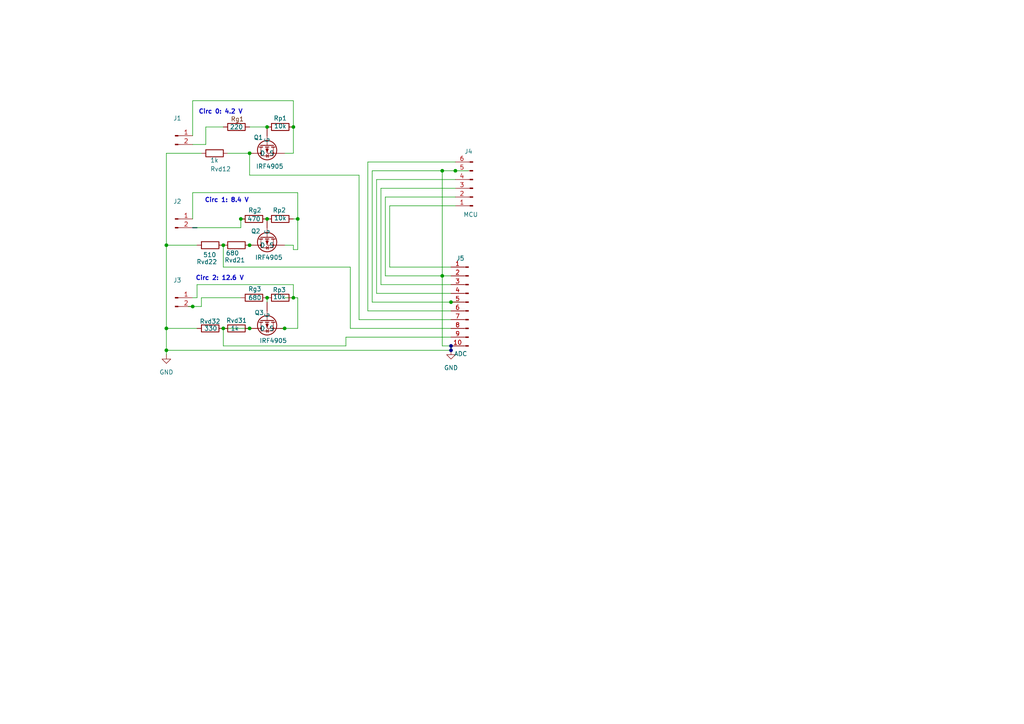
<source format=kicad_sch>
(kicad_sch (version 20250114) (generator "eeschema") (generator_version "9.0")
  (paper "A4")
  (title_block (title "BMS ") (date "2026-01-01") (rev "01") (comment 5 "Mosfet Switches save power. Only on during measurement") (comment 6 "Three Channels: 4.2V, 8.4V, 12.6V") (comment 7 "creativecommons.com") (comment 8 "Licence: TBD") (comment 9 "Author: Garth John  Martinsen"))
  (lib_symbols
    (symbol "Conn_01x02_Pin_1" (pin_names (offset 1.016) (hide yes))
      (property "Reference" "J" (at 0 2.54 0))
      (property "Value" "Conn_01x02_Pin" (at 0 -5.08 0))
      (symbol "Conn_01x02_Pin_1_1_1"
        (rectangle (start 0.8636 0.127) (end 0 -0.127) (stroke (width 0.1524)) (fill (type outline)))
        (rectangle (start 0.8636 -2.413) (end 0 -2.667) (stroke (width 0.1524)) (fill (type outline)))
        (polyline (pts (xy 1.27 0) (xy 0.8636 0)) (stroke (width 0.1524)))
        (polyline (pts (xy 1.27 -2.54) (xy 0.8636 -2.54)) (stroke (width 0.1524)))
        (pin passive line (at 5.08 0 180) (length 3.81) (name "Pin_1") (number "1"))
        (pin passive line (at 5.08 -2.54 180) (length 3.81) (name "Pin_2") (number "2"))
      )
    )
    (symbol "Conn_01x02_Pin_2" (pin_names (offset 1.016) (hide yes))
      (property "Reference" "J" (at 0 2.54 0))
      (property "Value" "Conn_01x02_Pin" (at 0 -5.08 0))
      (symbol "Conn_01x02_Pin_2_1_1"
        (rectangle (start 0.8636 0.127) (end 0 -0.127) (stroke (width 0.1524)) (fill (type outline)))
        (rectangle (start 0.8636 -2.413) (end 0 -2.667) (stroke (width 0.1524)) (fill (type outline)))
        (polyline (pts (xy 1.27 0) (xy 0.8636 0)) (stroke (width 0.1524)))
        (polyline (pts (xy 1.27 -2.54) (xy 0.8636 -2.54)) (stroke (width 0.1524)))
        (pin passive line (at 5.08 0 180) (length 3.81) (name "Pin_1") (number "1"))
        (pin passive line (at 5.08 -2.54 180) (length 3.81) (name "Pin_2") (number "2"))
      )
    )
    (symbol "Connector:Conn_01x02_Pin" (pin_names (offset 1.016) (hide yes))
      (property "Reference" "J" (at 0 2.54 0))
      (property "Value" "Conn_01x02_Pin" (at 0 -5.08 0))
      (symbol "Conn_01x02_Pin_1_1"
        (rectangle (start 0.8636 0.127) (end 0 -0.127) (stroke (width 0.1524)) (fill (type outline)))
        (rectangle (start 0.8636 -2.413) (end 0 -2.667) (stroke (width 0.1524)) (fill (type outline)))
        (polyline (pts (xy 1.27 0) (xy 0.8636 0)) (stroke (width 0.1524)))
        (polyline (pts (xy 1.27 -2.54) (xy 0.8636 -2.54)) (stroke (width 0.1524)))
        (pin passive line (at 5.08 0 180) (length 3.81) (name "Pin_1") (number "1"))
        (pin passive line (at 5.08 -2.54 180) (length 3.81) (name "Pin_2") (number "2"))
      )
    )
    (symbol "Connector:Conn_01x06_Pin" (pin_names (offset 1.016) (hide yes))
      (property "Reference" "J" (at 0 7.62 0))
      (property "Value" "Conn_01x06_Pin" (at 0 -10.16 0))
      (symbol "Conn_01x06_Pin_1_1"
        (rectangle (start 0.8636 5.207) (end 0 4.953) (stroke (width 0.1524)) (fill (type outline)))
        (rectangle (start 0.8636 2.667) (end 0 2.413) (stroke (width 0.1524)) (fill (type outline)))
        (rectangle (start 0.8636 0.127) (end 0 -0.127) (stroke (width 0.1524)) (fill (type outline)))
        (rectangle (start 0.8636 -2.413) (end 0 -2.667) (stroke (width 0.1524)) (fill (type outline)))
        (rectangle (start 0.8636 -4.953) (end 0 -5.207) (stroke (width 0.1524)) (fill (type outline)))
        (rectangle (start 0.8636 -7.493) (end 0 -7.747) (stroke (width 0.1524)) (fill (type outline)))
        (polyline (pts (xy 1.27 5.08) (xy 0.8636 5.08)) (stroke (width 0.1524)))
        (polyline (pts (xy 1.27 2.54) (xy 0.8636 2.54)) (stroke (width 0.1524)))
        (polyline (pts (xy 1.27 0) (xy 0.8636 0)) (stroke (width 0.1524)))
        (polyline (pts (xy 1.27 -2.54) (xy 0.8636 -2.54)) (stroke (width 0.1524)))
        (polyline (pts (xy 1.27 -5.08) (xy 0.8636 -5.08)) (stroke (width 0.1524)))
        (polyline (pts (xy 1.27 -7.62) (xy 0.8636 -7.62)) (stroke (width 0.1524)))
        (pin passive line (at 5.08 5.08 180) (length 3.81) (name "Pin_1") (number "1"))
        (pin passive line (at 5.08 2.54 180) (length 3.81) (name "Pin_2") (number "2"))
        (pin passive line (at 5.08 0 180) (length 3.81) (name "Pin_3") (number "3"))
        (pin passive line (at 5.08 -2.54 180) (length 3.81) (name "Pin_4") (number "4"))
        (pin passive line (at 5.08 -5.08 180) (length 3.81) (name "Pin_5") (number "5"))
        (pin passive line (at 5.08 -7.62 180) (length 3.81) (name "Pin_6") (number "6"))
      )
    )
    (symbol "Connector:Conn_01x10_Pin" (pin_names (offset 1.016) (hide yes))
      (property "Reference" "J" (at 0 12.7 0))
      (property "Value" "Conn_01x10_Pin" (at 0 -15.24 0))
      (symbol "Conn_01x10_Pin_1_1"
        (rectangle (start 0.8636 10.287) (end 0 10.033) (stroke (width 0.1524)) (fill (type outline)))
        (rectangle (start 0.8636 7.747) (end 0 7.493) (stroke (width 0.1524)) (fill (type outline)))
        (rectangle (start 0.8636 5.207) (end 0 4.953) (stroke (width 0.1524)) (fill (type outline)))
        (rectangle (start 0.8636 2.667) (end 0 2.413) (stroke (width 0.1524)) (fill (type outline)))
        (rectangle (start 0.8636 0.127) (end 0 -0.127) (stroke (width 0.1524)) (fill (type outline)))
        (rectangle (start 0.8636 -2.413) (end 0 -2.667) (stroke (width 0.1524)) (fill (type outline)))
        (rectangle (start 0.8636 -4.953) (end 0 -5.207) (stroke (width 0.1524)) (fill (type outline)))
        (rectangle (start 0.8636 -7.493) (end 0 -7.747) (stroke (width 0.1524)) (fill (type outline)))
        (rectangle (start 0.8636 -10.033) (end 0 -10.287) (stroke (width 0.1524)) (fill (type outline)))
        (rectangle (start 0.8636 -12.573) (end 0 -12.827) (stroke (width 0.1524)) (fill (type outline)))
        (polyline (pts (xy 1.27 10.16) (xy 0.8636 10.16)) (stroke (width 0.1524)))
        (polyline (pts (xy 1.27 7.62) (xy 0.8636 7.62)) (stroke (width 0.1524)))
        (polyline (pts (xy 1.27 5.08) (xy 0.8636 5.08)) (stroke (width 0.1524)))
        (polyline (pts (xy 1.27 2.54) (xy 0.8636 2.54)) (stroke (width 0.1524)))
        (polyline (pts (xy 1.27 0) (xy 0.8636 0)) (stroke (width 0.1524)))
        (polyline (pts (xy 1.27 -2.54) (xy 0.8636 -2.54)) (stroke (width 0.1524)))
        (polyline (pts (xy 1.27 -5.08) (xy 0.8636 -5.08)) (stroke (width 0.1524)))
        (polyline (pts (xy 1.27 -7.62) (xy 0.8636 -7.62)) (stroke (width 0.1524)))
        (polyline (pts (xy 1.27 -10.16) (xy 0.8636 -10.16)) (stroke (width 0.1524)))
        (polyline (pts (xy 1.27 -12.7) (xy 0.8636 -12.7)) (stroke (width 0.1524)))
        (pin passive line (at 5.08 10.16 180) (length 3.81) (name "Pin_1") (number "1"))
        (pin passive line (at 5.08 7.62 180) (length 3.81) (name "Pin_2") (number "2"))
        (pin passive line (at 5.08 5.08 180) (length 3.81) (name "Pin_3") (number "3"))
        (pin passive line (at 5.08 2.54 180) (length 3.81) (name "Pin_4") (number "4"))
        (pin passive line (at 5.08 0 180) (length 3.81) (name "Pin_5") (number "5"))
        (pin passive line (at 5.08 -2.54 180) (length 3.81) (name "Pin_6") (number "6"))
        (pin passive line (at 5.08 -5.08 180) (length 3.81) (name "Pin_7") (number "7"))
        (pin passive line (at 5.08 -7.62 180) (length 3.81) (name "Pin_8") (number "8"))
        (pin passive line (at 5.08 -10.16 180) (length 3.81) (name "Pin_9") (number "9"))
        (pin passive line (at 5.08 -12.7 180) (length 3.81) (name "Pin_10") (number "10"))
      )
    )
    (symbol "Device:R" (pin_numbers (hide yes)) (pin_names (offset 0))
      (property "Reference" "R" (at 1.27 -0.762 0))
      (property "Value" "Rp1" (at 1.27 1.27 0))
      (symbol "R_0_1"
        (rectangle (start -1.27 2.286) (end 3.81 0.254) (stroke (width 0.254)))
      )
      (symbol "R_1_1"
        (pin passive line (at -2.54 1.27 0) (length 1.27) (name "~") (number "2"))
        (pin passive line (at 5.08 1.27 180) (length 1.27) (name "~") (number "1"))
      )
    )
    (symbol "IRF4905_1" (pin_numbers (hide yes))
      (property "Reference" "Q" (at 5.08 1.905 0))
      (property "Value" "IRF4905" (at 5.08 0 0))
      (symbol "IRF4905_1_0_1"
        (polyline (pts (xy 0.254 1.905) (xy 0.254 -1.905)) (stroke (width 0.254)))
        (polyline (pts (xy 0.254 0) (xy -2.54 0)))
        (polyline (pts (xy 0.762 2.286) (xy 0.762 1.27)) (stroke (width 0.254)))
        (polyline (pts (xy 0.762 1.778) (xy 3.302 1.778) (xy 3.302 -1.778) (xy 0.762 -1.778)))
        (polyline (pts (xy 0.762 0.508) (xy 0.762 -0.508)) (stroke (width 0.254)))
        (polyline (pts (xy 0.762 -1.27) (xy 0.762 -2.286)) (stroke (width 0.254)))
        (circle (center 1.651 0) (radius 2.794) (stroke (width 0.254)))
        (polyline (pts (xy 2.286 0) (xy 1.27 0.381) (xy 1.27 -0.381) (xy 2.286 0)) (fill (type outline)))
        (polyline (pts (xy 2.54 2.54) (xy 2.54 1.778)))
        (circle (center 2.54 1.778) (radius 0.254) (fill (type outline)))
        (circle (center 2.54 -1.778) (radius 0.254) (fill (type outline)))
        (polyline (pts (xy 2.54 -2.54) (xy 2.54 0) (xy 0.762 0)))
        (polyline (pts (xy 2.794 -0.508) (xy 2.921 -0.381) (xy 3.683 -0.381) (xy 3.81 -0.254)))
        (polyline (pts (xy 3.302 -0.381) (xy 2.921 0.254) (xy 3.683 0.254) (xy 3.302 -0.381)))
      )
      (symbol "IRF4905_1_1_1"
        (pin input line (at -5.08 0 0) (length 2.54) (name "G") (number "1"))
        (pin passive line (at 2.54 5.08 270) (length 2.54) (name "D") (number "2"))
        (pin passive line (at 2.54 -5.08 90) (length 2.54) (name "S") (number "3"))
      )
    )
    (symbol "IRF4905_2" (pin_numbers (hide yes))
      (property "Reference" "Q" (at 5.08 1.905 0))
      (property "Value" "IRF4905" (at 5.08 0 0))
      (symbol "IRF4905_2_0_1"
        (polyline (pts (xy 0.254 1.905) (xy 0.254 -1.905)) (stroke (width 0.254)))
        (polyline (pts (xy 0.254 0) (xy -2.54 0)))
        (polyline (pts (xy 0.762 2.286) (xy 0.762 1.27)) (stroke (width 0.254)))
        (polyline (pts (xy 0.762 1.778) (xy 3.302 1.778) (xy 3.302 -1.778) (xy 0.762 -1.778)))
        (polyline (pts (xy 0.762 0.508) (xy 0.762 -0.508)) (stroke (width 0.254)))
        (polyline (pts (xy 0.762 -1.27) (xy 0.762 -2.286)) (stroke (width 0.254)))
        (circle (center 1.651 0) (radius 2.794) (stroke (width 0.254)))
        (polyline (pts (xy 2.286 0) (xy 1.27 0.381) (xy 1.27 -0.381) (xy 2.286 0)) (fill (type outline)))
        (polyline (pts (xy 2.54 2.54) (xy 2.54 1.778)))
        (circle (center 2.54 1.778) (radius 0.254) (fill (type outline)))
        (circle (center 2.54 -1.778) (radius 0.254) (fill (type outline)))
        (polyline (pts (xy 2.54 -2.54) (xy 2.54 0) (xy 0.762 0)))
        (polyline (pts (xy 2.794 -0.508) (xy 2.921 -0.381) (xy 3.683 -0.381) (xy 3.81 -0.254)))
        (polyline (pts (xy 3.302 -0.381) (xy 2.921 0.254) (xy 3.683 0.254) (xy 3.302 -0.381)))
      )
      (symbol "IRF4905_2_1_1"
        (pin input line (at -5.08 0 0) (length 2.54) (name "G") (number "1"))
        (pin passive line (at 2.54 5.08 270) (length 2.54) (name "D") (number "2"))
        (pin passive line (at 2.54 -5.08 90) (length 2.54) (name "S") (number "3"))
      )
    )
    (symbol "R_1" (pin_numbers (hide yes)) (pin_names (offset 0))
      (property "Reference" "R" (at 2.032 0 90))
      (property "Value" "R" (at 0 0 90))
      (symbol "R_1_0_1"
        (rectangle (start -1.016 -2.54) (end 1.016 2.54) (stroke (width 0.254)))
      )
      (symbol "R_1_1_1"
        (pin passive line (at 0 3.81 270) (length 1.27) (name "~") (number "1"))
        (pin passive line (at 0 -3.81 90) (length 1.27) (name "~") (number "2"))
      )
    )
    (symbol "Transistor_FET:IRF4905" (pin_numbers (hide yes))
      (property "Reference" "Q" (at 5.08 1.905 0))
      (property "Value" "IRF4905" (at 5.08 0 0))
      (symbol "IRF4905_0_1"
        (polyline (pts (xy 0.254 1.905) (xy 0.254 -1.905)) (stroke (width 0.254)))
        (polyline (pts (xy 0.254 0) (xy -2.54 0)))
        (polyline (pts (xy 0.762 2.286) (xy 0.762 1.27)) (stroke (width 0.254)))
        (polyline (pts (xy 0.762 1.778) (xy 3.302 1.778) (xy 3.302 -1.778) (xy 0.762 -1.778)))
        (polyline (pts (xy 0.762 0.508) (xy 0.762 -0.508)) (stroke (width 0.254)))
        (polyline (pts (xy 0.762 -1.27) (xy 0.762 -2.286)) (stroke (width 0.254)))
        (circle (center 1.651 0) (radius 2.794) (stroke (width 0.254)))
        (polyline (pts (xy 2.286 0) (xy 1.27 0.381) (xy 1.27 -0.381) (xy 2.286 0)) (fill (type outline)))
        (polyline (pts (xy 2.54 2.54) (xy 2.54 1.778)))
        (circle (center 2.54 1.778) (radius 0.254) (fill (type outline)))
        (circle (center 2.54 -1.778) (radius 0.254) (fill (type outline)))
        (polyline (pts (xy 2.54 -2.54) (xy 2.54 0) (xy 0.762 0)))
        (polyline (pts (xy 2.794 -0.508) (xy 2.921 -0.381) (xy 3.683 -0.381) (xy 3.81 -0.254)))
        (polyline (pts (xy 3.302 -0.381) (xy 2.921 0.254) (xy 3.683 0.254) (xy 3.302 -0.381)))
      )
      (symbol "IRF4905_1_1"
        (pin input line (at -5.08 0 0) (length 2.54) (name "G") (number "1"))
        (pin passive line (at 2.54 5.08 270) (length 2.54) (name "D") (number "2"))
        (pin passive line (at 2.54 -5.08 90) (length 2.54) (name "S") (number "3"))
      )
    )
    (symbol "power:GND" (power) (pin_numbers (hide yes)) (pin_names (offset 0) (hide yes))
      (property "Value" "GND" (at 0 -3.81 0))
      (symbol "GND_0_1"
        (polyline (pts (xy 0 0) (xy 0 -1.27) (xy 1.27 -1.27) (xy 0 -2.54) (xy -1.27 -1.27) (xy 0 -1.27)))
      )
      (symbol "GND_1_1"
        (pin power_in line (at 0 0 270) (length 0) (name "~") (number "1"))
      )
    )
  )
  (text "Circ 2: 12.6 V" (at 63.754 80.772 0) (effects (font (size 1.27 1.27) (thickness 0.254) (bold yes))))
  (text "Circ 1: 8.4 V" (at 65.786 58.166 0) (effects (font (size 1.27 1.27) (thickness 0.254) (bold yes))))
  (text "Circ 0: 4.2 V" (at 64.008 32.512 0) (effects (font (size 1.27 1.27) (thickness 0.254) (bold yes))))
  (junction (at 130.81 87.63))
  (junction (at 77.47 86.36))
  (junction (at 82.55 95.25))
  (junction (at 64.77 71.12))
  (junction (at 69.85 63.5))
  (junction (at 85.09 86.36))
  (junction (at 130.81 101.6))
  (junction (at 55.88 88.9))
  (junction (at 77.47 63.5))
  (junction (at 85.09 36.83))
  (junction (at 48.26 71.12))
  (junction (at 72.39 71.12))
  (junction (at 128.27 49.53))
  (junction (at 77.47 36.83))
  (junction (at 130.81 100.33))
  (junction (at 64.77 95.25))
  (junction (at 128.27 80.01))
  (junction (at 72.39 44.45))
  (junction (at 48.26 101.6))
  (junction (at 48.26 95.25))
  (junction (at 72.39 95.25))
  (junction (at 132.08 49.53))
  (junction (at 86.36 63.5))
  (wire (pts (xy 86.36 86.36) (xy 86.36 95.25)))
  (wire (pts (xy 73.66 44.45) (xy 72.39 44.45)))
  (wire (pts (xy 85.09 29.21) (xy 55.88 29.21)))
  (wire (pts (xy 85.09 71.12) (xy 82.55 71.12)))
  (wire (pts (xy 85.09 44.45) (xy 82.55 44.45)))
  (wire (pts (xy 106.68 46.99) (xy 106.68 90.17)))
  (wire (pts (xy 132.08 52.07) (xy 109.22 52.07)))
  (wire (pts (xy 77.47 86.36) (xy 77.47 87.63)))
  (wire (pts (xy 55.88 88.9) (xy 58.42 88.9)))
  (wire (pts (xy 132.08 49.53) (xy 135.89 49.53)))
  (wire (pts (xy 85.09 72.39) (xy 85.09 71.12)))
  (wire (pts (xy 128.27 80.01) (xy 130.81 80.01)))
  (wire (pts (xy 71.12 71.12) (xy 72.39 71.12)))
  (wire (pts (xy 59.69 41.91) (xy 55.88 41.91)))
  (wire (pts (xy 48.26 71.12) (xy 57.15 71.12)))
  (wire (pts (xy 100.33 97.79) (xy 100.33 100.33)))
  (wire (pts (xy 130.81 90.17) (xy 106.68 90.17)))
  (wire (pts (xy 111.76 57.15) (xy 111.76 80.01)))
  (wire (pts (xy 113.03 59.69) (xy 132.08 59.69)))
  (wire (pts (xy 48.26 44.45) (xy 48.26 71.12)))
  (bus (pts (xy 55.88 66.04) (xy 57.15 66.04)))
  (wire (pts (xy 107.95 87.63) (xy 130.81 87.63)))
  (wire (pts (xy 107.95 49.53) (xy 128.27 49.53)))
  (wire (pts (xy 76.2 86.36) (xy 77.47 86.36)))
  (wire (pts (xy 109.22 85.09) (xy 130.81 85.09)))
  (wire (pts (xy 55.88 86.36) (xy 57.15 86.36)))
  (wire (pts (xy 132.08 57.15) (xy 111.76 57.15)))
  (wire (pts (xy 48.26 95.25) (xy 48.26 101.6)))
  (wire (pts (xy 130.81 87.63) (xy 133.35 87.63)))
  (wire (pts (xy 64.77 36.83) (xy 59.69 36.83)))
  (wire (pts (xy 86.36 55.88) (xy 86.36 63.5)))
  (wire (pts (xy 128.27 49.53) (xy 128.27 80.01)))
  (wire (pts (xy 57.15 86.36) (xy 57.15 82.55)))
  (wire (pts (xy 130.81 101.6) (xy 130.81 100.33)))
  (wire (pts (xy 55.88 55.88) (xy 55.88 63.5)))
  (wire (pts (xy 48.26 44.45) (xy 58.42 44.45)))
  (wire (pts (xy 85.09 72.39) (xy 86.36 72.39)))
  (wire (pts (xy 69.85 86.36) (xy 58.42 86.36)))
  (wire (pts (xy 110.49 54.61) (xy 110.49 82.55)))
  (wire (pts (xy 64.77 77.47) (xy 101.6 77.47)))
  (wire (pts (xy 130.81 100.33) (xy 128.27 100.33)))
  (wire (pts (xy 55.88 55.88) (xy 86.36 55.88)))
  (wire (pts (xy 109.22 52.07) (xy 109.22 85.09)))
  (wire (pts (xy 85.09 82.55) (xy 85.09 86.36)))
  (wire (pts (xy 104.14 92.71) (xy 104.14 50.8)))
  (wire (pts (xy 72.39 71.12) (xy 73.66 71.12)))
  (wire (pts (xy 85.09 63.5) (xy 86.36 63.5)))
  (wire (pts (xy 110.49 82.55) (xy 130.81 82.55)))
  (wire (pts (xy 64.77 95.25) (xy 72.39 95.25)))
  (wire (pts (xy 106.68 46.99) (xy 132.08 46.99)))
  (wire (pts (xy 48.26 101.6) (xy 48.26 102.87)))
  (wire (pts (xy 82.55 86.36) (xy 85.09 86.36)))
  (wire (pts (xy 81.28 95.25) (xy 82.55 95.25)))
  (wire (pts (xy 66.04 44.45) (xy 72.39 44.45)))
  (wire (pts (xy 101.6 95.25) (xy 130.81 95.25)))
  (wire (pts (xy 59.69 36.83) (xy 59.69 41.91)))
  (wire (pts (xy 86.36 63.5) (xy 86.36 72.39)))
  (wire (pts (xy 113.03 77.47) (xy 130.81 77.47)))
  (wire (pts (xy 104.14 92.71) (xy 130.81 92.71)))
  (wire (pts (xy 82.55 95.25) (xy 86.36 95.25)))
  (wire (pts (xy 58.42 86.36) (xy 58.42 88.9)))
  (wire (pts (xy 64.77 71.12) (xy 64.77 77.47)))
  (wire (pts (xy 100.33 97.79) (xy 130.81 97.79)))
  (wire (pts (xy 54.61 88.9) (xy 55.88 88.9)))
  (wire (pts (xy 48.26 101.6) (xy 130.81 101.6)))
  (wire (pts (xy 69.85 63.5) (xy 69.85 66.04)))
  (wire (pts (xy 71.12 63.5) (xy 69.85 63.5)))
  (wire (pts (xy 55.88 66.04) (xy 69.85 66.04)))
  (wire (pts (xy 48.26 71.12) (xy 48.26 95.25)))
  (wire (pts (xy 111.76 80.01) (xy 128.27 80.01)))
  (wire (pts (xy 128.27 80.01) (xy 128.27 100.33)))
  (wire (pts (xy 64.77 100.33) (xy 100.33 100.33)))
  (wire (pts (xy 101.6 77.47) (xy 101.6 95.25)))
  (bus (pts (xy 130.81 100.33) (xy 130.81 101.6)))
  (wire (pts (xy 128.27 49.53) (xy 132.08 49.53)))
  (wire (pts (xy 64.77 100.33) (xy 64.77 95.25)))
  (wire (pts (xy 72.39 36.83) (xy 77.47 36.83)))
  (wire (pts (xy 113.03 59.69) (xy 113.03 77.47)))
  (wire (pts (xy 104.14 50.8) (xy 72.39 50.8)))
  (wire (pts (xy 85.09 29.21) (xy 85.09 36.83)))
  (wire (pts (xy 85.09 86.36) (xy 86.36 86.36)))
  (wire (pts (xy 48.26 95.25) (xy 57.15 95.25)))
  (wire (pts (xy 55.88 29.21) (xy 55.88 39.37)))
  (wire (pts (xy 57.15 82.55) (xy 85.09 82.55)))
  (wire (pts (xy 72.39 44.45) (xy 72.39 50.8)))
  (wire (pts (xy 107.95 87.63) (xy 107.95 49.53)))
  (wire (pts (xy 85.09 36.83) (xy 85.09 44.45)))
  (wire (pts (xy 132.08 54.61) (xy 110.49 54.61)))
  (symbol (lib_id "Device:R") (at 80.01 87.63 0) (unit 1)
    (property "Reference" "Rp3" (at 81.026 84.074 0))
    (property "Value" "10k" (at 81.026 86.106 0))
    (property "Footprint" "Resistor_THT:R_Axial_DIN0207_L6.3mm_D2.5mm_P7.62mm_Horizontal" (effects (hide yes)))
    (property "Description" "Pullup Resistor" (effects (hide yes)))
  )
  (symbol (lib_name "R_1") (lib_id "Device:R") (at 68.58 71.12 90) (unit 1)
    (property "Reference" "Rvd21" (at 71.12 75.438 90) (effects (justify left)))
    (property "Value" "680" (at 69.342 73.406 90) (effects (justify left)))
    (property "Footprint" "Resistor_THT:R_Axial_DIN0207_L6.3mm_D2.5mm_P7.62mm_Horizontal" (effects (hide yes)))
    (property "Description" "upper resistor of voltage divider" (effects (hide yes)))
  )
  (symbol (lib_id "Device:R") (at 80.01 38.1 0) (unit 1)
    (property "Reference" "Rp1" (at 81.28 34.29 0))
    (property "Value" "10k" (at 81.28 36.576 0))
    (property "Footprint" "Resistor_THT:R_Axial_DIN0207_L6.3mm_D2.5mm_P7.62mm_Horizontal" (effects (hide yes)))
    (property "Description" "Pullup Resistor" (effects (hide yes)))
  )
  (symbol (lib_id "Transistor_FET:IRF4905") (at 77.47 41.91 90) (mirror x) (unit 1)
    (property "Reference" "Q1" (at 74.93 39.878 90))
    (property "Value" "IRF4905" (at 78.232 48.26 90))
    (property "Footprint" "Package_TO_SOT_THT:TO-220-3_Vertical" (effects (hide yes)))
    (property "Datasheet" "http://www.infineon.com/dgdl/irf4905.pdf?fileId=5546d462533600a4015355e32165197c" (effects (hide yes)))
    (property "Description" "-74A Id, -55V Vds, Single P-Channel HEXFET Power MOSFET, 20mOhm Ron, TO-220AB" (effects (hide yes)))
  )
  (symbol (lib_name "IRF4905_1") (lib_id "Transistor_FET:IRF4905") (at 77.47 92.71 90) (mirror x) (unit 1)
    (property "Reference" "Q3" (at 75.184 90.678 90))
    (property "Value" "IRF4905" (at 79.248 98.806 90))
    (property "Footprint" "Package_TO_SOT_THT:TO-220-3_Vertical" (effects (hide yes)))
    (property "Datasheet" "http://www.infineon.com/dgdl/irf4905.pdf?fileId=5546d462533600a4015355e32165197c" (effects (hide yes)))
    (property "Description" "-74A Id, -55V Vds, Single P-Channel HEXFET Power MOSFET, 20mOhm Ron, TO-220AB" (effects (hide yes)))
  )
  (symbol (lib_id "power:GND") (at 48.26 102.87 0) (unit 1)
    (property "Reference" "#PWR03" (effects (hide yes)))
    (property "Value" "GND" (at 48.26 107.95 0))
    (property "Description" "Power symbol creates a global label with name \"GND\" , ground" (effects (hide yes)))
  )
  (symbol (lib_name "Conn_01x02_Pin_2") (lib_id "Connector:Conn_01x02_Pin") (at 50.8 86.36 0) (unit 1)
    (property "Reference" "J3" (at 51.435 81.28 0))
    (property "Value" "12.6V" (effects (hide yes)))
    (property "Footprint" "Connector_PinSocket_2.54mm:PinSocket_1x02_P2.54mm_Vertical" (effects (hide yes)))
    (property "Description" "Generic connector, single row, 01x02, script generated" (effects (hide yes)))
  )
  (symbol (lib_id "power:GND") (at 130.81 101.6 0) (unit 1)
    (property "Reference" "#PWR01" (effects (hide yes)))
    (property "Value" "GND" (at 130.81 106.68 0))
    (property "Description" "Power symbol creates a global label with name \"GND\" , ground" (effects (hide yes)))
  )
  (symbol (lib_name "R_1") (lib_id "Device:R") (at 62.23 44.45 90) (unit 1)
    (property "Reference" "Rvd12" (at 60.96 49.022 90) (effects (justify right)))
    (property "Value" "1k" (at 60.96 46.482 90) (effects (justify right)))
    (property "Footprint" "Resistor_THT:R_Axial_DIN0207_L6.3mm_D2.5mm_P7.62mm_Horizontal" (effects (hide yes)))
    (property "Description" "load resistor in 4.2V Circ" (effects (hide yes)))
  )
  (symbol (lib_id "Connector:Conn_01x10_Pin") (at 135.89 87.63 0) (mirror y) (unit 1)
    (property "Reference" "J5" (at 132.334 74.93 0) (effects (justify right)))
    (property "Value" "ADC" (at 133.604 102.616 0))
    (property "Footprint" "Connector_PinSocket_2.54mm:PinSocket_1x10_P2.54mm_Vertical" (effects (hide yes)))
    (property "Description" "Generic connector, single row, 01x10, script generated" (effects (hide yes)))
  )
  (symbol (lib_id "Connector:Conn_01x02_Pin") (at 50.8 39.37 0) (unit 1)
    (property "Reference" "J1" (at 51.435 34.29 0))
    (property "Value" "4.2V" (effects (hide yes)))
    (property "Footprint" "Connector_PinSocket_2.54mm:PinSocket_1x02_P2.54mm_Vertical" (effects (hide yes)))
    (property "Description" "Generic connector, single row, 01x02, script generated" (effects (hide yes)))
  )
  (symbol (lib_name "R_1") (lib_id "Device:R") (at 73.66 86.36 270) (unit 1)
    (property "Reference" "Rg3" (at 73.914 83.82 90))
    (property "Value" "680" (at 73.914 86.36 90))
    (property "Footprint" "Resistor_THT:R_Axial_DIN0207_L6.3mm_D2.5mm_P7.62mm_Horizontal" (effects (hide yes)))
    (property "Description" "gate bias resistor" (effects (hide yes)))
  )
  (symbol (lib_name "R_1") (lib_id "Device:R") (at 60.96 71.12 270) (unit 1)
    (property "Reference" "Rvd22" (at 62.992 75.946 90) (effects (justify right)))
    (property "Value" "510" (at 62.738 73.914 90) (effects (justify right)))
    (property "Footprint" "Resistor_THT:R_Axial_DIN0207_L6.3mm_D2.5mm_P7.62mm_Horizontal" (effects (hide yes)))
    (property "Description" "lower voltage divider resistor 8.4V Circ" (effects (hide yes)))
  )
  (symbol (lib_name "IRF4905_2") (lib_id "Transistor_FET:IRF4905") (at 77.47 68.58 90) (mirror x) (unit 1)
    (property "Reference" "Q2" (at 74.168 67.056 90))
    (property "Value" "IRF4905" (at 77.978 74.676 90))
    (property "Footprint" "Package_TO_SOT_THT:TO-220-3_Vertical" (effects (hide yes)))
    (property "Datasheet" "http://www.infineon.com/dgdl/irf4905.pdf?fileId=5546d462533600a4015355e32165197c" (effects (hide yes)))
    (property "Description" "-74A Id, -55V Vds, Single P-Channel HEXFET Power MOSFET, 20mOhm Ron, TO-220AB" (effects (hide yes)))
  )
  (symbol (lib_id "Connector:Conn_01x06_Pin") (at 137.16 54.61 180) (unit 1)
    (property "Reference" "J4" (at 135.89 43.942 0))
    (property "Value" "MCU" (at 136.525 62.23 0))
    (property "Footprint" "Connector_PinSocket_2.54mm:PinSocket_1x06_P2.54mm_Vertical" (effects (hide yes)))
    (property "Description" "Generic connector, single row, 01x06, script generated" (effects (hide yes)))
  )
  (symbol (lib_name "Conn_01x02_Pin_1") (lib_id "Connector:Conn_01x02_Pin") (at 50.8 63.5 0) (unit 1)
    (property "Reference" "J2" (at 51.435 58.42 0))
    (property "Value" "8.4V" (effects (hide yes)))
    (property "Footprint" "Connector_PinSocket_2.54mm:PinSocket_1x02_P2.54mm_Vertical" (effects (hide yes)))
    (property "Description" "Generic connector, single row, 01x02, script generated" (effects (hide yes)))
  )
  (symbol (lib_name "R_1") (lib_id "Device:R") (at 60.96 95.25 90) (unit 1)
    (property "Reference" "Rvd32" (at 57.912 93.218 90) (effects (justify right)))
    (property "Value" "330" (at 59.182 95.25 90) (effects (justify right)))
    (property "Footprint" "Resistor_THT:R_Axial_DIN0207_L6.3mm_D2.5mm_P7.62mm_Horizontal" (effects (hide yes)))
    (property "Description" "lower resistor of voltage divider 12.6V Circ" (effects (hide yes)))
  )
  (symbol (lib_name "R_1") (lib_id "Device:R") (at 73.66 63.5 270) (unit 1)
    (property "Reference" "Rg2" (at 73.914 60.96 90))
    (property "Value" "470" (at 73.66 63.5 90))
    (property "Footprint" "Resistor_THT:R_Axial_DIN0207_L6.3mm_D2.5mm_P7.62mm_Horizontal" (effects (hide yes)))
    (property "Description" "gate bias resistor" (effects (hide yes)))
  )
  (symbol (lib_name "R_1") (lib_id "Device:R") (at 68.58 36.83 270) (unit 1)
    (property "Reference" "Rg1" (at 68.834 34.544 90))
    (property "Value" "220" (at 68.58 36.83 90))
    (property "Footprint" "Resistor_THT:R_Axial_DIN0207_L6.3mm_D2.5mm_P7.62mm_Horizontal" (effects (hide yes)))
    (property "Description" "gate bias resistor" (effects (hide yes)))
  )
  (symbol (lib_name "R_1") (lib_id "Device:R") (at 68.58 95.25 270) (unit 1)
    (property "Reference" "Rvd31" (at 71.628 92.964 90) (effects (justify right)))
    (property "Value" "1k" (at 69.342 95.25 90) (effects (justify right)))
    (property "Footprint" "Resistor_THT:R_Axial_DIN0207_L6.3mm_D2.5mm_P7.62mm_Horizontal" (effects (hide yes)))
    (property "Description" "upper resistor of voltage divider" (effects (hide yes)))
  )
  (symbol (lib_id "Device:R") (at 80.01 64.77 0) (unit 1)
    (property "Reference" "Rp2" (at 81.026 60.96 0))
    (property "Value" "10k" (at 81.28 63.246 0))
    (property "Footprint" "Resistor_THT:R_Axial_DIN0207_L6.3mm_D2.5mm_P7.62mm_Horizontal" (effects (hide yes)))
    (property "Description" "Pullup Resistor" (effects (hide yes)))
  )
)
</source>
